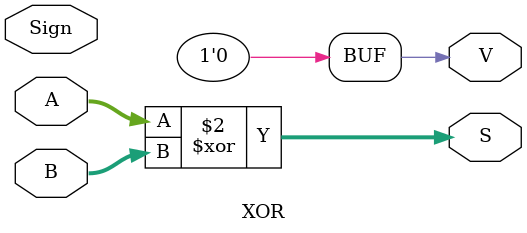
<source format=v>
`timescale 1ns / 1ps

module XOR( A, B, Sign, S, V);

    input [31:0] A;
    input [31:0] B;
    input Sign;

    output reg [31:0] S;
    output reg V;

    always@(*)
    begin
        S = A ^ B;
        V = 0;
    end

endmodule

</source>
